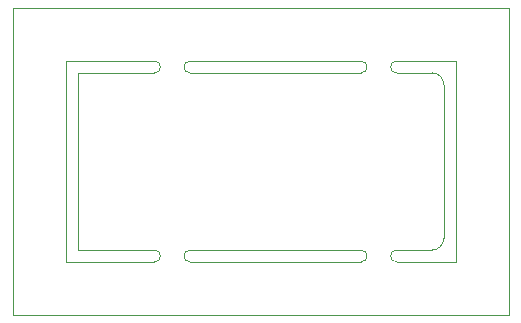
<source format=gbr>
G04 #@! TF.GenerationSoftware,KiCad,Pcbnew,6.0.7+dfsg-3*
G04 #@! TF.CreationDate,2022-10-18T14:34:48+08:00*
G04 #@! TF.ProjectId,stlink,73746c69-6e6b-42e6-9b69-6361645f7063,f*
G04 #@! TF.SameCoordinates,PX5c07920PY68e7780*
G04 #@! TF.FileFunction,Profile,NP*
%FSLAX46Y46*%
G04 Gerber Fmt 4.6, Leading zero omitted, Abs format (unit mm)*
G04 Created by KiCad (PCBNEW 6.0.7+dfsg-3) date 2022-10-18 14:34:48*
%MOMM*%
%LPD*%
G01*
G04 APERTURE LIST*
G04 #@! TA.AperFunction,Profile*
%ADD10C,0.050000*%
G04 #@! TD*
G04 APERTURE END LIST*
D10*
X7000000Y33000000D02*
X49000000Y33000000D01*
X36500000Y12500000D02*
X22000000Y12500000D01*
X22000000Y11500000D02*
X36500000Y11500000D01*
X42500000Y12500000D02*
X39500000Y12500000D01*
X19000000Y11500000D02*
G75*
G03*
X19000000Y12500000I0J500000D01*
G01*
X22000000Y28500000D02*
G75*
G03*
X22000000Y27500000I0J-500000D01*
G01*
X7000000Y7000000D02*
X7000000Y33000000D01*
X22000000Y28500000D02*
X36500000Y28500000D01*
X36500000Y27500000D02*
X22000000Y27500000D01*
X11500000Y28500000D02*
X19000000Y28500000D01*
X12500000Y12500000D02*
X19000000Y12500000D01*
X42500000Y12500000D02*
G75*
G03*
X43500000Y13500000I0J1000000D01*
G01*
X39500000Y28500000D02*
G75*
G03*
X39500000Y27500000I0J-500000D01*
G01*
X22000000Y12500000D02*
G75*
G03*
X22000000Y11500000I0J-500000D01*
G01*
X39500000Y11500000D02*
X44500000Y11500000D01*
X43500000Y26500000D02*
G75*
G03*
X42500000Y27500000I-1000000J0D01*
G01*
X39500000Y27500000D02*
X42500000Y27500000D01*
X36500000Y27500000D02*
G75*
G03*
X36500000Y28500000I0J500000D01*
G01*
X49000000Y7000000D02*
X7000000Y7000000D01*
X36500000Y11500000D02*
G75*
G03*
X36500000Y12500000I0J500000D01*
G01*
X11500000Y11500000D02*
X11500000Y28500000D01*
X19000000Y27500000D02*
G75*
G03*
X19000000Y28500000I0J500000D01*
G01*
X39500000Y12500000D02*
G75*
G03*
X39500000Y11500000I0J-500000D01*
G01*
X44500000Y28500000D02*
X39500000Y28500000D01*
X44500000Y11500000D02*
X44500000Y28500000D01*
X12500000Y27500000D02*
X12500000Y12500000D01*
X19000000Y11500000D02*
X11500000Y11500000D01*
X19000000Y27500000D02*
X12500000Y27500000D01*
X49000000Y33000000D02*
X49000000Y7000000D01*
X43500000Y26500000D02*
X43500000Y13500000D01*
M02*

</source>
